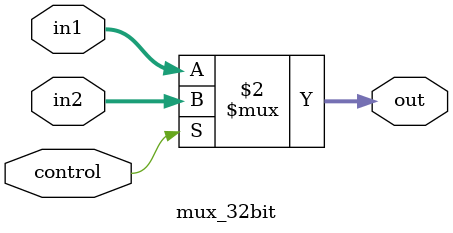
<source format=v>
`timescale 1ns / 1ps


module mux_32bit(
    input control,
    input [31:0] in1,
    input [31:0] in2,
    output [31:0] out
);
    assign out = (control == 1'b0) ? in1 : in2;
endmodule


</source>
